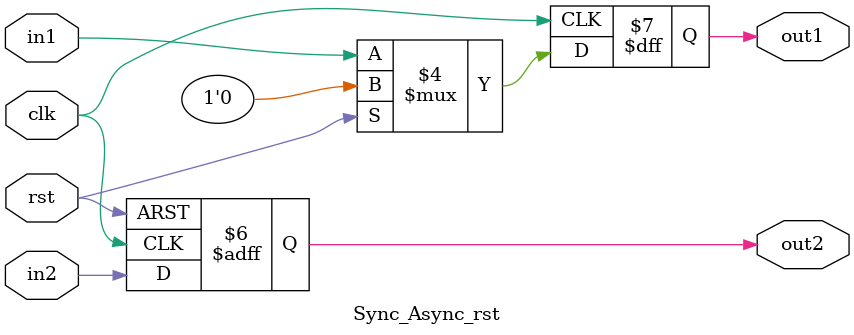
<source format=v>
`timescale 1ns / 1ps


module Sync_Async_rst(out1,out2,in1,in2,clk,rst);
input in1,in2,clk,rst;
output reg out1,out2;
always@(posedge clk)
if(rst)
out1=0;
else
out1=in1;

always@(posedge clk, posedge rst)
if(rst)
out2=0;
else
out2=in2;
endmodule

</source>
